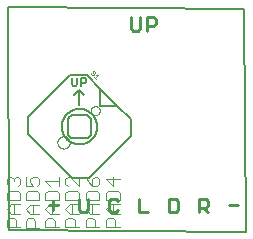
<source format=gto>
G75*
%MOIN*%
%OFA0B0*%
%FSLAX25Y25*%
%IPPOS*%
%LPD*%
%AMOC8*
5,1,8,0,0,1.08239X$1,22.5*
%
%ADD10C,0.00800*%
%ADD11C,0.01000*%
%ADD12C,0.00100*%
%ADD13C,0.00000*%
%ADD14C,0.00600*%
%ADD15C,0.00400*%
D10*
X0158833Y0059000D02*
X0158333Y0133378D01*
X0237089Y0132678D01*
X0237589Y0058300D01*
X0158833Y0059000D01*
X0179867Y0076379D02*
X0185435Y0076379D01*
X0199354Y0090299D01*
X0199354Y0095866D01*
X0194761Y0100460D01*
X0189193Y0106027D01*
X0189193Y0100460D01*
X0194761Y0100460D01*
X0189193Y0106027D02*
X0184600Y0110621D01*
X0179032Y0110621D01*
X0165112Y0096701D01*
X0165112Y0091134D01*
X0179867Y0076379D01*
X0180304Y0089603D02*
X0184162Y0089603D01*
X0184162Y0089602D02*
X0184248Y0089604D01*
X0184334Y0089609D01*
X0184419Y0089619D01*
X0184504Y0089632D01*
X0184588Y0089649D01*
X0184672Y0089669D01*
X0184754Y0089693D01*
X0184835Y0089721D01*
X0184916Y0089752D01*
X0184994Y0089786D01*
X0185071Y0089824D01*
X0185147Y0089866D01*
X0185220Y0089910D01*
X0185291Y0089958D01*
X0185361Y0090009D01*
X0185428Y0090063D01*
X0185492Y0090119D01*
X0185554Y0090179D01*
X0185614Y0090241D01*
X0185670Y0090305D01*
X0185724Y0090372D01*
X0185775Y0090442D01*
X0185823Y0090513D01*
X0185867Y0090587D01*
X0185909Y0090662D01*
X0185947Y0090739D01*
X0185981Y0090817D01*
X0186012Y0090898D01*
X0186040Y0090979D01*
X0186064Y0091061D01*
X0186084Y0091145D01*
X0186101Y0091229D01*
X0186114Y0091314D01*
X0186124Y0091399D01*
X0186129Y0091485D01*
X0186131Y0091571D01*
X0186131Y0095429D01*
X0186129Y0095515D01*
X0186124Y0095601D01*
X0186114Y0095686D01*
X0186101Y0095771D01*
X0186084Y0095855D01*
X0186064Y0095939D01*
X0186040Y0096021D01*
X0186012Y0096102D01*
X0185981Y0096183D01*
X0185947Y0096261D01*
X0185909Y0096338D01*
X0185867Y0096414D01*
X0185823Y0096487D01*
X0185775Y0096558D01*
X0185724Y0096628D01*
X0185670Y0096695D01*
X0185614Y0096759D01*
X0185554Y0096821D01*
X0185492Y0096881D01*
X0185428Y0096937D01*
X0185361Y0096991D01*
X0185291Y0097042D01*
X0185220Y0097090D01*
X0185147Y0097134D01*
X0185071Y0097176D01*
X0184994Y0097214D01*
X0184916Y0097248D01*
X0184835Y0097279D01*
X0184754Y0097307D01*
X0184672Y0097331D01*
X0184588Y0097351D01*
X0184504Y0097368D01*
X0184419Y0097381D01*
X0184334Y0097391D01*
X0184248Y0097396D01*
X0184162Y0097398D01*
X0184162Y0097397D02*
X0180304Y0097397D01*
X0180304Y0097398D02*
X0180218Y0097396D01*
X0180132Y0097391D01*
X0180047Y0097381D01*
X0179962Y0097368D01*
X0179878Y0097351D01*
X0179794Y0097331D01*
X0179712Y0097307D01*
X0179631Y0097279D01*
X0179550Y0097248D01*
X0179472Y0097214D01*
X0179395Y0097176D01*
X0179320Y0097134D01*
X0179246Y0097090D01*
X0179175Y0097042D01*
X0179105Y0096991D01*
X0179038Y0096937D01*
X0178974Y0096881D01*
X0178912Y0096821D01*
X0178852Y0096759D01*
X0178796Y0096695D01*
X0178742Y0096628D01*
X0178691Y0096558D01*
X0178643Y0096487D01*
X0178599Y0096414D01*
X0178557Y0096338D01*
X0178519Y0096261D01*
X0178485Y0096183D01*
X0178454Y0096102D01*
X0178426Y0096021D01*
X0178402Y0095939D01*
X0178382Y0095855D01*
X0178365Y0095771D01*
X0178352Y0095686D01*
X0178342Y0095601D01*
X0178337Y0095515D01*
X0178335Y0095429D01*
X0178336Y0095429D02*
X0178336Y0091571D01*
X0178335Y0091571D02*
X0178337Y0091485D01*
X0178342Y0091399D01*
X0178352Y0091314D01*
X0178365Y0091229D01*
X0178382Y0091145D01*
X0178402Y0091061D01*
X0178426Y0090979D01*
X0178454Y0090898D01*
X0178485Y0090817D01*
X0178519Y0090739D01*
X0178557Y0090662D01*
X0178599Y0090587D01*
X0178643Y0090513D01*
X0178691Y0090442D01*
X0178742Y0090372D01*
X0178796Y0090305D01*
X0178852Y0090241D01*
X0178912Y0090179D01*
X0178974Y0090119D01*
X0179038Y0090063D01*
X0179105Y0090009D01*
X0179175Y0089958D01*
X0179246Y0089910D01*
X0179320Y0089866D01*
X0179395Y0089824D01*
X0179472Y0089786D01*
X0179550Y0089752D01*
X0179631Y0089721D01*
X0179712Y0089693D01*
X0179794Y0089669D01*
X0179878Y0089649D01*
X0179962Y0089632D01*
X0180047Y0089619D01*
X0180132Y0089609D01*
X0180218Y0089604D01*
X0180304Y0089602D01*
X0176327Y0093500D02*
X0176329Y0093653D01*
X0176335Y0093807D01*
X0176345Y0093960D01*
X0176359Y0094112D01*
X0176377Y0094265D01*
X0176399Y0094416D01*
X0176424Y0094567D01*
X0176454Y0094718D01*
X0176488Y0094868D01*
X0176525Y0095016D01*
X0176566Y0095164D01*
X0176611Y0095310D01*
X0176660Y0095456D01*
X0176713Y0095600D01*
X0176769Y0095742D01*
X0176829Y0095883D01*
X0176893Y0096023D01*
X0176960Y0096161D01*
X0177031Y0096297D01*
X0177106Y0096431D01*
X0177183Y0096563D01*
X0177265Y0096693D01*
X0177349Y0096821D01*
X0177437Y0096947D01*
X0177528Y0097070D01*
X0177622Y0097191D01*
X0177720Y0097309D01*
X0177820Y0097425D01*
X0177924Y0097538D01*
X0178030Y0097649D01*
X0178139Y0097757D01*
X0178251Y0097862D01*
X0178365Y0097963D01*
X0178483Y0098062D01*
X0178602Y0098158D01*
X0178724Y0098251D01*
X0178849Y0098340D01*
X0178976Y0098427D01*
X0179105Y0098509D01*
X0179236Y0098589D01*
X0179369Y0098665D01*
X0179504Y0098738D01*
X0179641Y0098807D01*
X0179780Y0098872D01*
X0179920Y0098934D01*
X0180062Y0098992D01*
X0180205Y0099047D01*
X0180350Y0099098D01*
X0180496Y0099145D01*
X0180643Y0099188D01*
X0180791Y0099227D01*
X0180940Y0099263D01*
X0181090Y0099294D01*
X0181241Y0099322D01*
X0181392Y0099346D01*
X0181545Y0099366D01*
X0181697Y0099382D01*
X0181850Y0099394D01*
X0182003Y0099402D01*
X0182156Y0099406D01*
X0182310Y0099406D01*
X0182463Y0099402D01*
X0182616Y0099394D01*
X0182769Y0099382D01*
X0182921Y0099366D01*
X0183074Y0099346D01*
X0183225Y0099322D01*
X0183376Y0099294D01*
X0183526Y0099263D01*
X0183675Y0099227D01*
X0183823Y0099188D01*
X0183970Y0099145D01*
X0184116Y0099098D01*
X0184261Y0099047D01*
X0184404Y0098992D01*
X0184546Y0098934D01*
X0184686Y0098872D01*
X0184825Y0098807D01*
X0184962Y0098738D01*
X0185097Y0098665D01*
X0185230Y0098589D01*
X0185361Y0098509D01*
X0185490Y0098427D01*
X0185617Y0098340D01*
X0185742Y0098251D01*
X0185864Y0098158D01*
X0185983Y0098062D01*
X0186101Y0097963D01*
X0186215Y0097862D01*
X0186327Y0097757D01*
X0186436Y0097649D01*
X0186542Y0097538D01*
X0186646Y0097425D01*
X0186746Y0097309D01*
X0186844Y0097191D01*
X0186938Y0097070D01*
X0187029Y0096947D01*
X0187117Y0096821D01*
X0187201Y0096693D01*
X0187283Y0096563D01*
X0187360Y0096431D01*
X0187435Y0096297D01*
X0187506Y0096161D01*
X0187573Y0096023D01*
X0187637Y0095883D01*
X0187697Y0095742D01*
X0187753Y0095600D01*
X0187806Y0095456D01*
X0187855Y0095310D01*
X0187900Y0095164D01*
X0187941Y0095016D01*
X0187978Y0094868D01*
X0188012Y0094718D01*
X0188042Y0094567D01*
X0188067Y0094416D01*
X0188089Y0094265D01*
X0188107Y0094112D01*
X0188121Y0093960D01*
X0188131Y0093807D01*
X0188137Y0093653D01*
X0188139Y0093500D01*
X0188137Y0093347D01*
X0188131Y0093193D01*
X0188121Y0093040D01*
X0188107Y0092888D01*
X0188089Y0092735D01*
X0188067Y0092584D01*
X0188042Y0092433D01*
X0188012Y0092282D01*
X0187978Y0092132D01*
X0187941Y0091984D01*
X0187900Y0091836D01*
X0187855Y0091690D01*
X0187806Y0091544D01*
X0187753Y0091400D01*
X0187697Y0091258D01*
X0187637Y0091117D01*
X0187573Y0090977D01*
X0187506Y0090839D01*
X0187435Y0090703D01*
X0187360Y0090569D01*
X0187283Y0090437D01*
X0187201Y0090307D01*
X0187117Y0090179D01*
X0187029Y0090053D01*
X0186938Y0089930D01*
X0186844Y0089809D01*
X0186746Y0089691D01*
X0186646Y0089575D01*
X0186542Y0089462D01*
X0186436Y0089351D01*
X0186327Y0089243D01*
X0186215Y0089138D01*
X0186101Y0089037D01*
X0185983Y0088938D01*
X0185864Y0088842D01*
X0185742Y0088749D01*
X0185617Y0088660D01*
X0185490Y0088573D01*
X0185361Y0088491D01*
X0185230Y0088411D01*
X0185097Y0088335D01*
X0184962Y0088262D01*
X0184825Y0088193D01*
X0184686Y0088128D01*
X0184546Y0088066D01*
X0184404Y0088008D01*
X0184261Y0087953D01*
X0184116Y0087902D01*
X0183970Y0087855D01*
X0183823Y0087812D01*
X0183675Y0087773D01*
X0183526Y0087737D01*
X0183376Y0087706D01*
X0183225Y0087678D01*
X0183074Y0087654D01*
X0182921Y0087634D01*
X0182769Y0087618D01*
X0182616Y0087606D01*
X0182463Y0087598D01*
X0182310Y0087594D01*
X0182156Y0087594D01*
X0182003Y0087598D01*
X0181850Y0087606D01*
X0181697Y0087618D01*
X0181545Y0087634D01*
X0181392Y0087654D01*
X0181241Y0087678D01*
X0181090Y0087706D01*
X0180940Y0087737D01*
X0180791Y0087773D01*
X0180643Y0087812D01*
X0180496Y0087855D01*
X0180350Y0087902D01*
X0180205Y0087953D01*
X0180062Y0088008D01*
X0179920Y0088066D01*
X0179780Y0088128D01*
X0179641Y0088193D01*
X0179504Y0088262D01*
X0179369Y0088335D01*
X0179236Y0088411D01*
X0179105Y0088491D01*
X0178976Y0088573D01*
X0178849Y0088660D01*
X0178724Y0088749D01*
X0178602Y0088842D01*
X0178483Y0088938D01*
X0178365Y0089037D01*
X0178251Y0089138D01*
X0178139Y0089243D01*
X0178030Y0089351D01*
X0177924Y0089462D01*
X0177820Y0089575D01*
X0177720Y0089691D01*
X0177622Y0089809D01*
X0177528Y0089930D01*
X0177437Y0090053D01*
X0177349Y0090179D01*
X0177265Y0090307D01*
X0177183Y0090437D01*
X0177106Y0090569D01*
X0177031Y0090703D01*
X0176960Y0090839D01*
X0176893Y0090977D01*
X0176829Y0091117D01*
X0176769Y0091258D01*
X0176713Y0091400D01*
X0176660Y0091544D01*
X0176611Y0091690D01*
X0176566Y0091836D01*
X0176525Y0091984D01*
X0176488Y0092132D01*
X0176454Y0092282D01*
X0176424Y0092433D01*
X0176399Y0092584D01*
X0176377Y0092735D01*
X0176359Y0092888D01*
X0176345Y0093040D01*
X0176335Y0093193D01*
X0176329Y0093347D01*
X0176327Y0093500D01*
X0182233Y0100738D02*
X0182233Y0105749D01*
X0180563Y0104079D01*
X0182233Y0105749D02*
X0183904Y0104079D01*
D11*
X0200213Y0125500D02*
X0201748Y0125500D01*
X0202515Y0126267D01*
X0202515Y0130104D01*
X0204602Y0130104D02*
X0206904Y0130104D01*
X0207672Y0129337D01*
X0207672Y0127802D01*
X0206904Y0127035D01*
X0204602Y0127035D01*
X0204602Y0125500D02*
X0204602Y0130104D01*
X0199446Y0130104D02*
X0199446Y0126267D01*
X0200213Y0125500D01*
X0201959Y0069479D02*
X0201959Y0064875D01*
X0205028Y0064875D01*
X0211959Y0064875D02*
X0211959Y0069479D01*
X0214260Y0069479D01*
X0215028Y0068712D01*
X0215028Y0065643D01*
X0214260Y0064875D01*
X0211959Y0064875D01*
X0221959Y0064875D02*
X0221959Y0069479D01*
X0224260Y0069479D01*
X0225028Y0068712D01*
X0225028Y0067177D01*
X0224260Y0066410D01*
X0221959Y0066410D01*
X0223493Y0066410D02*
X0225028Y0064875D01*
X0231959Y0067177D02*
X0235028Y0067177D01*
X0195028Y0065643D02*
X0194260Y0064875D01*
X0192726Y0064875D01*
X0191959Y0065643D01*
X0191959Y0068712D01*
X0192726Y0069479D01*
X0194260Y0069479D01*
X0195028Y0068712D01*
X0185028Y0069479D02*
X0185028Y0065643D01*
X0184260Y0064875D01*
X0182726Y0064875D01*
X0181959Y0065643D01*
X0181959Y0069479D01*
X0175028Y0067177D02*
X0171959Y0067177D01*
X0173493Y0068711D02*
X0173493Y0065642D01*
D12*
X0187673Y0109289D02*
X0186965Y0109997D01*
X0187319Y0109643D02*
X0188380Y0110704D01*
X0187673Y0110704D01*
X0187515Y0111215D02*
X0187515Y0111569D01*
X0187162Y0111923D01*
X0186808Y0111923D01*
X0186631Y0111746D01*
X0186631Y0111392D01*
X0186985Y0111038D01*
X0186985Y0110685D01*
X0186808Y0110508D01*
X0186454Y0110508D01*
X0186100Y0110862D01*
X0186100Y0111215D01*
D13*
X0186047Y0098789D02*
X0186049Y0098866D01*
X0186055Y0098942D01*
X0186065Y0099018D01*
X0186079Y0099093D01*
X0186096Y0099168D01*
X0186118Y0099241D01*
X0186143Y0099314D01*
X0186173Y0099385D01*
X0186205Y0099454D01*
X0186242Y0099521D01*
X0186281Y0099587D01*
X0186324Y0099650D01*
X0186371Y0099711D01*
X0186420Y0099770D01*
X0186473Y0099826D01*
X0186528Y0099879D01*
X0186586Y0099929D01*
X0186646Y0099976D01*
X0186709Y0100020D01*
X0186774Y0100061D01*
X0186841Y0100098D01*
X0186910Y0100132D01*
X0186980Y0100162D01*
X0187052Y0100188D01*
X0187126Y0100210D01*
X0187200Y0100229D01*
X0187275Y0100244D01*
X0187351Y0100255D01*
X0187427Y0100262D01*
X0187504Y0100265D01*
X0187580Y0100264D01*
X0187657Y0100259D01*
X0187733Y0100250D01*
X0187809Y0100237D01*
X0187883Y0100220D01*
X0187957Y0100200D01*
X0188030Y0100175D01*
X0188101Y0100147D01*
X0188171Y0100115D01*
X0188239Y0100080D01*
X0188305Y0100041D01*
X0188369Y0099999D01*
X0188430Y0099953D01*
X0188490Y0099904D01*
X0188546Y0099853D01*
X0188600Y0099798D01*
X0188651Y0099741D01*
X0188699Y0099681D01*
X0188744Y0099619D01*
X0188785Y0099554D01*
X0188823Y0099488D01*
X0188858Y0099420D01*
X0188888Y0099349D01*
X0188916Y0099278D01*
X0188939Y0099205D01*
X0188959Y0099131D01*
X0188975Y0099056D01*
X0188987Y0098980D01*
X0188995Y0098904D01*
X0188999Y0098827D01*
X0188999Y0098751D01*
X0188995Y0098674D01*
X0188987Y0098598D01*
X0188975Y0098522D01*
X0188959Y0098447D01*
X0188939Y0098373D01*
X0188916Y0098300D01*
X0188888Y0098229D01*
X0188858Y0098158D01*
X0188823Y0098090D01*
X0188785Y0098024D01*
X0188744Y0097959D01*
X0188699Y0097897D01*
X0188651Y0097837D01*
X0188600Y0097780D01*
X0188546Y0097725D01*
X0188490Y0097674D01*
X0188430Y0097625D01*
X0188369Y0097579D01*
X0188305Y0097537D01*
X0188239Y0097498D01*
X0188171Y0097463D01*
X0188101Y0097431D01*
X0188030Y0097403D01*
X0187957Y0097378D01*
X0187883Y0097358D01*
X0187809Y0097341D01*
X0187733Y0097328D01*
X0187657Y0097319D01*
X0187580Y0097314D01*
X0187504Y0097313D01*
X0187427Y0097316D01*
X0187351Y0097323D01*
X0187275Y0097334D01*
X0187200Y0097349D01*
X0187126Y0097368D01*
X0187052Y0097390D01*
X0186980Y0097416D01*
X0186910Y0097446D01*
X0186841Y0097480D01*
X0186774Y0097517D01*
X0186709Y0097558D01*
X0186646Y0097602D01*
X0186586Y0097649D01*
X0186528Y0097699D01*
X0186473Y0097752D01*
X0186420Y0097808D01*
X0186371Y0097867D01*
X0186324Y0097928D01*
X0186281Y0097991D01*
X0186242Y0098057D01*
X0186205Y0098124D01*
X0186173Y0098193D01*
X0186143Y0098264D01*
X0186118Y0098337D01*
X0186096Y0098410D01*
X0186079Y0098485D01*
X0186065Y0098560D01*
X0186055Y0098636D01*
X0186049Y0098712D01*
X0186047Y0098789D01*
X0174877Y0088211D02*
X0174879Y0088302D01*
X0174885Y0088392D01*
X0174895Y0088483D01*
X0174909Y0088572D01*
X0174927Y0088661D01*
X0174948Y0088750D01*
X0174974Y0088837D01*
X0175003Y0088923D01*
X0175037Y0089007D01*
X0175073Y0089090D01*
X0175114Y0089172D01*
X0175158Y0089251D01*
X0175205Y0089329D01*
X0175256Y0089404D01*
X0175310Y0089477D01*
X0175367Y0089547D01*
X0175427Y0089615D01*
X0175490Y0089681D01*
X0175556Y0089743D01*
X0175625Y0089802D01*
X0175696Y0089859D01*
X0175770Y0089912D01*
X0175846Y0089962D01*
X0175924Y0090009D01*
X0176004Y0090052D01*
X0176085Y0090091D01*
X0176169Y0090127D01*
X0176254Y0090159D01*
X0176340Y0090188D01*
X0176427Y0090212D01*
X0176516Y0090233D01*
X0176605Y0090250D01*
X0176695Y0090263D01*
X0176785Y0090272D01*
X0176876Y0090277D01*
X0176967Y0090278D01*
X0177057Y0090275D01*
X0177148Y0090268D01*
X0177238Y0090257D01*
X0177328Y0090242D01*
X0177417Y0090223D01*
X0177505Y0090201D01*
X0177591Y0090174D01*
X0177677Y0090144D01*
X0177761Y0090110D01*
X0177844Y0090072D01*
X0177925Y0090031D01*
X0178004Y0089986D01*
X0178081Y0089937D01*
X0178155Y0089886D01*
X0178228Y0089831D01*
X0178298Y0089773D01*
X0178365Y0089712D01*
X0178429Y0089648D01*
X0178491Y0089582D01*
X0178550Y0089512D01*
X0178605Y0089441D01*
X0178658Y0089366D01*
X0178707Y0089290D01*
X0178753Y0089212D01*
X0178795Y0089131D01*
X0178834Y0089049D01*
X0178869Y0088965D01*
X0178900Y0088880D01*
X0178927Y0088793D01*
X0178951Y0088706D01*
X0178971Y0088617D01*
X0178987Y0088528D01*
X0178999Y0088438D01*
X0179007Y0088347D01*
X0179011Y0088256D01*
X0179011Y0088166D01*
X0179007Y0088075D01*
X0178999Y0087984D01*
X0178987Y0087894D01*
X0178971Y0087805D01*
X0178951Y0087716D01*
X0178927Y0087629D01*
X0178900Y0087542D01*
X0178869Y0087457D01*
X0178834Y0087373D01*
X0178795Y0087291D01*
X0178753Y0087210D01*
X0178707Y0087132D01*
X0178658Y0087056D01*
X0178605Y0086981D01*
X0178550Y0086910D01*
X0178491Y0086840D01*
X0178429Y0086774D01*
X0178365Y0086710D01*
X0178298Y0086649D01*
X0178228Y0086591D01*
X0178155Y0086536D01*
X0178081Y0086485D01*
X0178004Y0086436D01*
X0177925Y0086391D01*
X0177844Y0086350D01*
X0177761Y0086312D01*
X0177677Y0086278D01*
X0177591Y0086248D01*
X0177505Y0086221D01*
X0177417Y0086199D01*
X0177328Y0086180D01*
X0177238Y0086165D01*
X0177148Y0086154D01*
X0177057Y0086147D01*
X0176967Y0086144D01*
X0176876Y0086145D01*
X0176785Y0086150D01*
X0176695Y0086159D01*
X0176605Y0086172D01*
X0176516Y0086189D01*
X0176427Y0086210D01*
X0176340Y0086234D01*
X0176254Y0086263D01*
X0176169Y0086295D01*
X0176085Y0086331D01*
X0176004Y0086370D01*
X0175924Y0086413D01*
X0175846Y0086460D01*
X0175770Y0086510D01*
X0175696Y0086563D01*
X0175625Y0086620D01*
X0175556Y0086679D01*
X0175490Y0086741D01*
X0175427Y0086807D01*
X0175367Y0086875D01*
X0175310Y0086945D01*
X0175256Y0087018D01*
X0175205Y0087093D01*
X0175158Y0087171D01*
X0175114Y0087250D01*
X0175073Y0087332D01*
X0175037Y0087415D01*
X0175003Y0087499D01*
X0174974Y0087585D01*
X0174948Y0087672D01*
X0174927Y0087761D01*
X0174909Y0087850D01*
X0174895Y0087939D01*
X0174885Y0088030D01*
X0174879Y0088120D01*
X0174877Y0088211D01*
D14*
X0180183Y0107163D02*
X0181051Y0107163D01*
X0181484Y0107596D01*
X0181484Y0109765D01*
X0182696Y0109765D02*
X0183997Y0109765D01*
X0184431Y0109331D01*
X0184431Y0108464D01*
X0183997Y0108030D01*
X0182696Y0108030D01*
X0182696Y0107163D02*
X0182696Y0109765D01*
X0179749Y0109765D02*
X0179749Y0107596D01*
X0180183Y0107163D01*
D15*
X0157961Y0062183D02*
X0157961Y0059881D01*
X0162565Y0059881D01*
X0161030Y0059881D02*
X0161030Y0062183D01*
X0160263Y0062950D01*
X0158728Y0062950D01*
X0157961Y0062183D01*
X0159496Y0064485D02*
X0157961Y0066020D01*
X0159496Y0067554D01*
X0162565Y0067554D01*
X0162565Y0069089D02*
X0157961Y0069089D01*
X0157961Y0071391D01*
X0158728Y0072158D01*
X0161798Y0072158D01*
X0162565Y0071391D01*
X0162565Y0069089D01*
X0164313Y0068989D02*
X0164313Y0071291D01*
X0165080Y0072058D01*
X0168149Y0072058D01*
X0168917Y0071291D01*
X0168917Y0068989D01*
X0164313Y0068989D01*
X0165848Y0067454D02*
X0168917Y0067454D01*
X0166615Y0067454D02*
X0166615Y0064385D01*
X0165848Y0064385D02*
X0164313Y0065920D01*
X0165848Y0067454D01*
X0170865Y0065990D02*
X0172399Y0067524D01*
X0175469Y0067524D01*
X0175469Y0069059D02*
X0170865Y0069059D01*
X0170865Y0071361D01*
X0171632Y0072128D01*
X0174701Y0072128D01*
X0175469Y0071361D01*
X0175469Y0069059D01*
X0177520Y0069089D02*
X0177520Y0071391D01*
X0178287Y0072158D01*
X0181357Y0072158D01*
X0182124Y0071391D01*
X0182124Y0069089D01*
X0177520Y0069089D01*
X0179055Y0067554D02*
X0182124Y0067554D01*
X0179822Y0067554D02*
X0179822Y0064485D01*
X0179055Y0064485D02*
X0177520Y0066020D01*
X0179055Y0067554D01*
X0184280Y0066020D02*
X0185814Y0067554D01*
X0188884Y0067554D01*
X0188884Y0069089D02*
X0184280Y0069089D01*
X0184280Y0071391D01*
X0185047Y0072158D01*
X0188116Y0072158D01*
X0188884Y0071391D01*
X0188884Y0069089D01*
X0191150Y0069089D02*
X0191150Y0071391D01*
X0191917Y0072158D01*
X0194986Y0072158D01*
X0195754Y0071391D01*
X0195754Y0069089D01*
X0191150Y0069089D01*
X0192685Y0067554D02*
X0195754Y0067554D01*
X0193452Y0067554D02*
X0193452Y0064485D01*
X0192685Y0064485D02*
X0191150Y0066020D01*
X0192685Y0067554D01*
X0186582Y0067554D02*
X0186582Y0064485D01*
X0185814Y0064485D02*
X0184280Y0066020D01*
X0185814Y0064485D02*
X0188884Y0064485D01*
X0186582Y0062950D02*
X0187349Y0062183D01*
X0187349Y0059881D01*
X0188884Y0059881D02*
X0184280Y0059881D01*
X0184280Y0062183D01*
X0185047Y0062950D01*
X0186582Y0062950D01*
X0191150Y0062183D02*
X0191917Y0062950D01*
X0193452Y0062950D01*
X0194219Y0062183D01*
X0194219Y0059881D01*
X0195754Y0059881D02*
X0191150Y0059881D01*
X0191150Y0062183D01*
X0192685Y0064485D02*
X0195754Y0064485D01*
X0182124Y0064485D02*
X0179055Y0064485D01*
X0179822Y0062950D02*
X0180589Y0062183D01*
X0180589Y0059881D01*
X0182124Y0059881D02*
X0177520Y0059881D01*
X0177520Y0062183D01*
X0178287Y0062950D01*
X0179822Y0062950D01*
X0175469Y0064455D02*
X0172399Y0064455D01*
X0170865Y0065990D01*
X0168917Y0064385D02*
X0165848Y0064385D01*
X0166615Y0062850D02*
X0167382Y0062083D01*
X0167382Y0059781D01*
X0168917Y0059781D02*
X0164313Y0059781D01*
X0164313Y0062083D01*
X0165080Y0062850D01*
X0166615Y0062850D01*
X0170865Y0062153D02*
X0171632Y0062920D01*
X0173167Y0062920D01*
X0173934Y0062153D01*
X0173934Y0059851D01*
X0175469Y0059851D02*
X0170865Y0059851D01*
X0170865Y0062153D01*
X0173167Y0064455D02*
X0173167Y0067524D01*
X0162565Y0064485D02*
X0159496Y0064485D01*
X0160263Y0064485D02*
X0160263Y0067554D01*
X0161798Y0073693D02*
X0162565Y0074460D01*
X0162565Y0075995D01*
X0161798Y0076762D01*
X0161030Y0076762D01*
X0160263Y0075995D01*
X0160263Y0075228D01*
X0160263Y0075995D02*
X0159496Y0076762D01*
X0158728Y0076762D01*
X0157961Y0075995D01*
X0157961Y0074460D01*
X0158728Y0073693D01*
X0164313Y0073593D02*
X0166615Y0073593D01*
X0165848Y0075128D01*
X0165848Y0075895D01*
X0166615Y0076662D01*
X0168149Y0076662D01*
X0168917Y0075895D01*
X0168917Y0074360D01*
X0168149Y0073593D01*
X0170865Y0075198D02*
X0175469Y0075198D01*
X0175469Y0076732D02*
X0175469Y0073663D01*
X0177520Y0074460D02*
X0177520Y0075995D01*
X0178287Y0076762D01*
X0179055Y0076762D01*
X0182124Y0073693D01*
X0182124Y0076762D01*
X0184280Y0076762D02*
X0185047Y0075228D01*
X0186582Y0073693D01*
X0186582Y0075995D01*
X0187349Y0076762D01*
X0188116Y0076762D01*
X0188884Y0075995D01*
X0188884Y0074460D01*
X0188116Y0073693D01*
X0186582Y0073693D01*
X0191150Y0075995D02*
X0193452Y0073693D01*
X0193452Y0076762D01*
X0195754Y0075995D02*
X0191150Y0075995D01*
X0178287Y0073693D02*
X0177520Y0074460D01*
X0172399Y0073663D02*
X0170865Y0075198D01*
X0164313Y0076662D02*
X0164313Y0073593D01*
M02*

</source>
